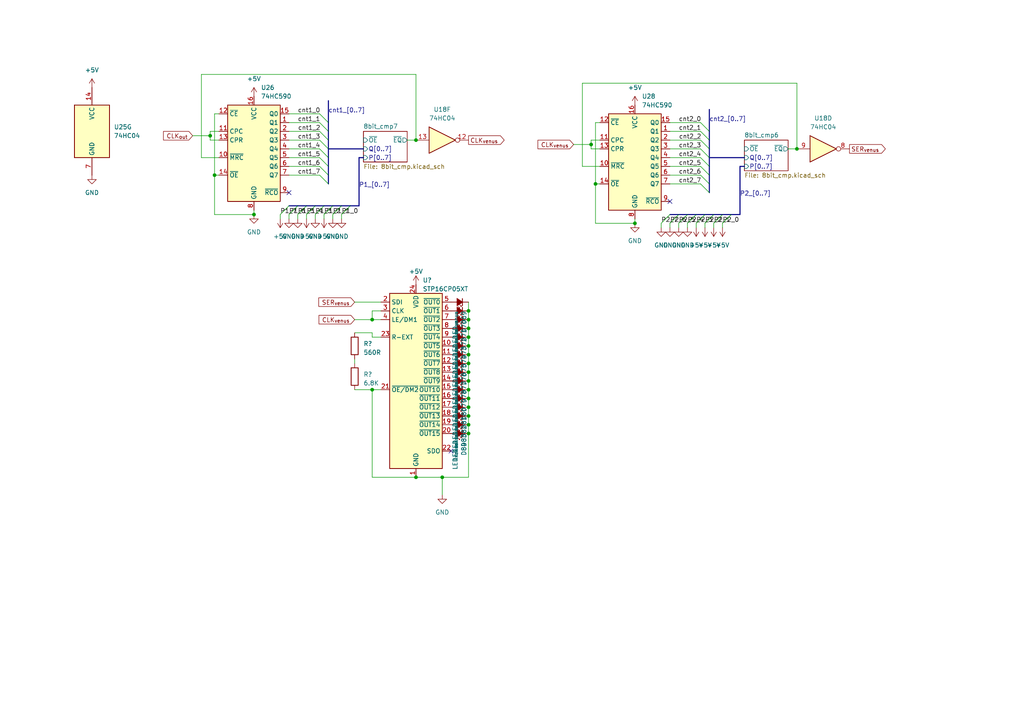
<source format=kicad_sch>
(kicad_sch (version 20230121) (generator eeschema)
  (paper "A4")
  (lib_symbols
    (symbol "74xx:74HC04"
      (property "Reference" "U" (at 0 1.27 0))
      (property "Value" "74HC04" (at 0 -1.27 0))
      (symbol "74HC04_1_0"
        (polyline (pts (xy -3.81 3.81) (xy -3.81 -3.81) (xy 3.81 0) (xy -3.81 3.81)) (stroke (width 0.254)) (fill (type background)))
        (pin input line (at -7.62 0 0) (length 3.81) (name "~") (number "1"))
        (pin output inverted (at 7.62 0 180) (length 3.81) (name "~") (number "2"))
      )
      (symbol "74HC04_2_0"
        (polyline (pts (xy -3.81 3.81) (xy -3.81 -3.81) (xy 3.81 0) (xy -3.81 3.81)) (stroke (width 0.254)) (fill (type background)))
        (pin input line (at -7.62 0 0) (length 3.81) (name "~") (number "3"))
        (pin output inverted (at 7.62 0 180) (length 3.81) (name "~") (number "4"))
      )
      (symbol "74HC04_3_0"
        (polyline (pts (xy -3.81 3.81) (xy -3.81 -3.81) (xy 3.81 0) (xy -3.81 3.81)) (stroke (width 0.254)) (fill (type background)))
        (pin input line (at -7.62 0 0) (length 3.81) (name "~") (number "5"))
        (pin output inverted (at 7.62 0 180) (length 3.81) (name "~") (number "6"))
      )
      (symbol "74HC04_4_0"
        (polyline (pts (xy -3.81 3.81) (xy -3.81 -3.81) (xy 3.81 0) (xy -3.81 3.81)) (stroke (width 0.254)) (fill (type background)))
        (pin output inverted (at 7.62 0 180) (length 3.81) (name "~") (number "8"))
        (pin input line (at -7.62 0 0) (length 3.81) (name "~") (number "9"))
      )
      (symbol "74HC04_5_0"
        (polyline (pts (xy -3.81 3.81) (xy -3.81 -3.81) (xy 3.81 0) (xy -3.81 3.81)) (stroke (width 0.254)) (fill (type background)))
        (pin output inverted (at 7.62 0 180) (length 3.81) (name "~") (number "10"))
        (pin input line (at -7.62 0 0) (length 3.81) (name "~") (number "11"))
      )
      (symbol "74HC04_6_0"
        (polyline (pts (xy -3.81 3.81) (xy -3.81 -3.81) (xy 3.81 0) (xy -3.81 3.81)) (stroke (width 0.254)) (fill (type background)))
        (pin output inverted (at 7.62 0 180) (length 3.81) (name "~") (number "12"))
        (pin input line (at -7.62 0 0) (length 3.81) (name "~") (number "13"))
      )
      (symbol "74HC04_7_0"
        (pin power_in line (at 0 12.7 270) (length 5.08) (name "VCC") (number "14"))
        (pin power_in line (at 0 -12.7 90) (length 5.08) (name "GND") (number "7"))
      )
      (symbol "74HC04_7_1"
        (rectangle (start -5.08 7.62) (end 5.08 -7.62) (stroke (width 0.254)) (fill (type background)))
      )
    )
    (symbol "74xx:74HC590"
      (property "Reference" "U" (at -7.62 16.51 0))
      (property "Value" "74HC590" (at -7.62 -13.97 0))
      (symbol "74HC590_1_0"
        (pin tri_state line (at 10.16 10.16 180) (length 2.54) (name "Q1") (number "1"))
        (pin input line (at -10.16 0 0) (length 2.54) (name "~{MRC}") (number "10"))
        (pin input line (at -10.16 7.62 0) (length 2.54) (name "CPC") (number "11"))
        (pin input line (at -10.16 12.7 0) (length 2.54) (name "~{CE}") (number "12"))
        (pin input line (at -10.16 5.08 0) (length 2.54) (name "CPR") (number "13"))
        (pin input line (at -10.16 -5.08 0) (length 2.54) (name "~{OE}") (number "14"))
        (pin tri_state line (at 10.16 12.7 180) (length 2.54) (name "Q0") (number "15"))
        (pin power_in line (at 0 17.78 270) (length 2.54) (name "VCC") (number "16"))
        (pin tri_state line (at 10.16 7.62 180) (length 2.54) (name "Q2") (number "2"))
        (pin tri_state line (at 10.16 5.08 180) (length 2.54) (name "Q3") (number "3"))
        (pin tri_state line (at 10.16 2.54 180) (length 2.54) (name "Q4") (number "4"))
        (pin tri_state line (at 10.16 0 180) (length 2.54) (name "Q5") (number "5"))
        (pin tri_state line (at 10.16 -2.54 180) (length 2.54) (name "Q6") (number "6"))
        (pin tri_state line (at 10.16 -5.08 180) (length 2.54) (name "Q7") (number "7"))
        (pin power_in line (at 0 -15.24 90) (length 2.54) (name "GND") (number "8"))
        (pin output line (at 10.16 -10.16 180) (length 2.54) (name "~{RCO}") (number "9"))
      )
      (symbol "74HC590_1_1"
        (rectangle (start -7.62 15.24) (end 7.62 -12.7) (stroke (width 0.254)) (fill (type background)))
      )
    )
    (symbol "Device:LED_Small_Filled" (pin_numbers hide) (pin_names (offset 0.254) hide)
      (property "Reference" "D" (at -1.27 3.175 0))
      (property "Value" "LED_Small_Filled" (at -4.445 -2.54 0))
      (symbol "LED_Small_Filled_0_1"
        (polyline (pts (xy -0.762 -1.016) (xy -0.762 1.016)) (stroke (width 0.254)))
        (polyline (pts (xy 1.016 0) (xy -0.762 0)))
        (polyline (pts (xy 0.762 -1.016) (xy -0.762 0) (xy 0.762 1.016) (xy 0.762 -1.016)) (stroke (width 0.254)) (fill (type outline)))
        (polyline (pts (xy 0 0.762) (xy -0.508 1.27) (xy -0.254 1.27) (xy -0.508 1.27) (xy -0.508 1.016)))
        (polyline (pts (xy 0.508 1.27) (xy 0 1.778) (xy 0.254 1.778) (xy 0 1.778) (xy 0 1.524)))
      )
      (symbol "LED_Small_Filled_1_1"
        (pin passive line (at -2.54 0 0) (length 1.778) (name "K") (number "1"))
        (pin passive line (at 2.54 0 180) (length 1.778) (name "A") (number "2"))
      )
    )
    (symbol "Device:R" (pin_numbers hide) (pin_names (offset 0))
      (property "Reference" "R" (at 2.032 0 90))
      (property "Value" "R" (at 0 0 90))
      (symbol "R_0_1"
        (rectangle (start -1.016 -2.54) (end 1.016 2.54) (stroke (width 0.254)))
      )
      (symbol "R_1_1"
        (pin passive line (at 0 3.81 270) (length 1.27) (name "~") (number "1"))
        (pin passive line (at 0 -3.81 90) (length 1.27) (name "~") (number "2"))
      )
    )
    (symbol "Driver_LED:STP16CP05XT"
      (property "Reference" "U" (at -7.62 26.67 0))
      (property "Value" "STP16CP05XT" (at 1.27 26.67 0))
      (symbol "STP16CP05XT_0_1"
        (rectangle (start -7.62 25.4) (end 7.62 -25.4) (stroke (width 0.254)) (fill (type background)))
      )
      (symbol "STP16CP05XT_1_1"
        (pin power_in line (at 0 -27.94 90) (length 2.54) (name "GND") (number "1"))
        (pin output line (at 10.16 10.16 180) (length 2.54) (name "~{OUT5}") (number "10"))
        (pin output line (at 10.16 7.62 180) (length 2.54) (name "~{OUT6}") (number "11"))
        (pin output line (at 10.16 5.08 180) (length 2.54) (name "~{OUT7}") (number "12"))
        (pin output line (at 10.16 2.54 180) (length 2.54) (name "~{OUT8}") (number "13"))
        (pin output line (at 10.16 0 180) (length 2.54) (name "~{OUT9}") (number "14"))
        (pin output line (at 10.16 -2.54 180) (length 2.54) (name "~{OUT10}") (number "15"))
        (pin output line (at 10.16 -5.08 180) (length 2.54) (name "~{OUT11}") (number "16"))
        (pin output line (at 10.16 -7.62 180) (length 2.54) (name "~{OUT12}") (number "17"))
        (pin output line (at 10.16 -10.16 180) (length 2.54) (name "~{OUT13}") (number "18"))
        (pin output line (at 10.16 -12.7 180) (length 2.54) (name "~{OUT14}") (number "19"))
        (pin input line (at -10.16 22.86 0) (length 2.54) (name "SDI") (number "2"))
        (pin output line (at 10.16 -15.24 180) (length 2.54) (name "~{OUT15}") (number "20"))
        (pin input line (at -10.16 -2.54 0) (length 2.54) (name "~{OE/DM2}") (number "21"))
        (pin output line (at 10.16 -20.32 180) (length 2.54) (name "SDO") (number "22"))
        (pin passive line (at -10.16 12.7 0) (length 2.54) (name "R-EXT") (number "23"))
        (pin power_in line (at 0 27.94 270) (length 2.54) (name "VDD") (number "24"))
        (pin passive line (at 0 -27.94 90) (length 2.54) hide (name "GND") (number "25"))
        (pin input line (at -10.16 20.32 0) (length 2.54) (name "CLK") (number "3"))
        (pin input line (at -10.16 17.78 0) (length 2.54) (name "LE/DM1") (number "4"))
        (pin output line (at 10.16 22.86 180) (length 2.54) (name "~{OUT0}") (number "5"))
        (pin output line (at 10.16 20.32 180) (length 2.54) (name "~{OUT1}") (number "6"))
        (pin output line (at 10.16 17.78 180) (length 2.54) (name "~{OUT2}") (number "7"))
        (pin output line (at 10.16 15.24 180) (length 2.54) (name "~{OUT3}") (number "8"))
        (pin output line (at 10.16 12.7 180) (length 2.54) (name "~{OUT4}") (number "9"))
      )
    )
    (symbol "power:+5V" (power) (pin_names (offset 0))
      (property "Value" "+5V" (at 0 3.556 0))
      (symbol "+5V_0_1"
        (polyline (pts (xy -0.762 1.27) (xy 0 2.54)))
        (polyline (pts (xy 0 0) (xy 0 2.54)))
        (polyline (pts (xy 0 2.54) (xy 0.762 1.27)))
      )
      (symbol "+5V_1_1"
        (pin power_in line (at 0 0 90) (length 0) hide (name "+5V") (number "1"))
      )
    )
    (symbol "power:GND" (power) (pin_names (offset 0))
      (property "Value" "GND" (at 0 -3.81 0))
      (symbol "GND_0_1"
        (polyline (pts (xy 0 0) (xy 0 -1.27) (xy 1.27 -1.27) (xy 0 -2.54) (xy -1.27 -1.27) (xy 0 -1.27)))
      )
      (symbol "GND_1_1"
        (pin power_in line (at 0 0 270) (length 0) hide (name "GND") (number "1"))
      )
    )
  )
  (junction (at 135.89 90.17))
  (junction (at 135.89 123.19))
  (junction (at 120.65 40.64))
  (junction (at 135.89 110.49))
  (junction (at 135.89 107.95))
  (junction (at 135.89 115.57))
  (junction (at 60.96 39.37))
  (junction (at 135.89 118.11))
  (junction (at 135.89 95.25))
  (junction (at 172.72 53.34))
  (junction (at 135.89 92.71))
  (junction (at 135.89 100.33))
  (junction (at 107.95 92.71))
  (junction (at 135.89 113.03))
  (junction (at 135.89 125.73))
  (junction (at 135.89 102.87))
  (junction (at 231.14 43.18))
  (junction (at 120.65 138.43))
  (junction (at 62.23 50.8))
  (junction (at 128.27 138.43))
  (junction (at 135.89 105.41))
  (junction (at 171.45 41.91))
  (junction (at 135.89 97.79))
  (junction (at 107.95 113.03))
  (junction (at 184.15 64.77))
  (junction (at 135.89 120.65))
  (junction (at 73.66 62.23))
  (no_connect (at 83.82 55.88))
  (no_connect (at 130.81 130.81))
  (no_connect (at 194.31 58.42))
  (bus_entry (at 199.39 62.23) (size -2.54 2.54))
  (bus_entry (at 204.47 62.23) (size -2.54 2.54))
  (bus_entry (at 203.2 45.72) (size 2.54 2.54))
  (bus_entry (at 96.52 59.69) (size -2.54 2.54))
  (bus_entry (at 201.93 62.23) (size -2.54 2.54))
  (bus_entry (at 92.71 35.56) (size 2.54 2.54))
  (bus_entry (at 93.98 59.69) (size -2.54 2.54))
  (bus_entry (at 209.55 62.23) (size -2.54 2.54))
  (bus_entry (at 203.2 35.56) (size 2.54 2.54))
  (bus_entry (at 91.44 59.69) (size -2.54 2.54))
  (bus_entry (at 92.71 40.64) (size 2.54 2.54))
  (bus_entry (at 92.71 43.18) (size 2.54 2.54))
  (bus_entry (at 99.06 59.69) (size -2.54 2.54))
  (bus_entry (at 101.6 59.69) (size -2.54 2.54))
  (bus_entry (at 194.31 62.23) (size -2.54 2.54))
  (bus_entry (at 86.36 59.69) (size -2.54 2.54))
  (bus_entry (at 203.2 53.34) (size 2.54 2.54))
  (bus_entry (at 207.01 62.23) (size -2.54 2.54))
  (bus_entry (at 92.71 50.8) (size 2.54 2.54))
  (bus_entry (at 88.9 59.69) (size -2.54 2.54))
  (bus_entry (at 92.71 33.02) (size 2.54 2.54))
  (bus_entry (at 196.85 62.23) (size -2.54 2.54))
  (bus_entry (at 83.82 59.69) (size -2.54 2.54))
  (bus_entry (at 203.2 40.64) (size 2.54 2.54))
  (bus_entry (at 92.71 38.1) (size 2.54 2.54))
  (bus_entry (at 92.71 48.26) (size 2.54 2.54))
  (bus_entry (at 203.2 48.26) (size 2.54 2.54))
  (bus_entry (at 212.09 62.23) (size -2.54 2.54))
  (bus_entry (at 203.2 43.18) (size 2.54 2.54))
  (bus_entry (at 203.2 38.1) (size 2.54 2.54))
  (bus_entry (at 92.71 45.72) (size 2.54 2.54))
  (bus_entry (at 203.2 50.8) (size 2.54 2.54))
  (wire (pts (xy 135.89 107.95) (xy 135.89 110.49)))
  (wire (pts (xy 102.87 87.63) (xy 110.49 87.63)))
  (wire (pts (xy 83.82 40.64) (xy 92.71 40.64)))
  (wire (pts (xy 135.89 90.17) (xy 135.89 92.71)))
  (wire (pts (xy 83.82 35.56) (xy 92.71 35.56)))
  (wire (pts (xy 83.82 62.23) (xy 83.82 63.5)))
  (wire (pts (xy 231.14 24.13) (xy 168.91 24.13)))
  (wire (pts (xy 128.27 143.51) (xy 128.27 138.43)))
  (wire (pts (xy 60.96 39.37) (xy 60.96 38.1)))
  (wire (pts (xy 135.89 92.71) (xy 135.89 95.25)))
  (wire (pts (xy 171.45 43.18) (xy 171.45 41.91)))
  (wire (pts (xy 194.31 35.56) (xy 203.2 35.56)))
  (wire (pts (xy 62.23 62.23) (xy 62.23 50.8)))
  (wire (pts (xy 166.37 41.91) (xy 171.45 41.91)))
  (wire (pts (xy 99.06 62.23) (xy 99.06 63.5)))
  (wire (pts (xy 128.27 138.43) (xy 120.65 138.43)))
  (wire (pts (xy 81.28 62.23) (xy 81.28 63.5)))
  (wire (pts (xy 135.89 105.41) (xy 135.89 107.95)))
  (wire (pts (xy 120.65 138.43) (xy 107.95 138.43)))
  (wire (pts (xy 171.45 41.91) (xy 171.45 40.64)))
  (wire (pts (xy 184.15 63.5) (xy 184.15 64.77)))
  (wire (pts (xy 168.91 48.26) (xy 173.99 48.26)))
  (wire (pts (xy 207.01 64.77) (xy 207.01 66.04)))
  (bus (pts (xy 205.74 43.18) (xy 205.74 45.72)))
  (wire (pts (xy 194.31 38.1) (xy 203.2 38.1)))
  (wire (pts (xy 62.23 33.02) (xy 63.5 33.02)))
  (bus (pts (xy 194.31 62.23) (xy 196.85 62.23)))
  (wire (pts (xy 107.95 90.17) (xy 110.49 90.17)))
  (bus (pts (xy 214.63 62.23) (xy 214.63 48.26)))
  (bus (pts (xy 209.55 62.23) (xy 212.09 62.23)))
  (bus (pts (xy 83.82 59.69) (xy 86.36 59.69)))
  (wire (pts (xy 62.23 50.8) (xy 62.23 33.02)))
  (wire (pts (xy 194.31 48.26) (xy 203.2 48.26)))
  (wire (pts (xy 194.31 53.34) (xy 203.2 53.34)))
  (bus (pts (xy 93.98 59.69) (xy 96.52 59.69)))
  (wire (pts (xy 201.93 64.77) (xy 201.93 66.04)))
  (bus (pts (xy 205.74 40.64) (xy 205.74 43.18)))
  (bus (pts (xy 95.25 45.72) (xy 95.25 48.26)))
  (bus (pts (xy 95.25 40.64) (xy 95.25 43.18)))
  (wire (pts (xy 62.23 50.8) (xy 63.5 50.8)))
  (wire (pts (xy 73.66 62.23) (xy 62.23 62.23)))
  (wire (pts (xy 196.85 64.77) (xy 196.85 66.04)))
  (bus (pts (xy 196.85 62.23) (xy 199.39 62.23)))
  (bus (pts (xy 201.93 62.23) (xy 204.47 62.23)))
  (wire (pts (xy 172.72 53.34) (xy 172.72 35.56)))
  (wire (pts (xy 231.14 43.18) (xy 231.14 24.13)))
  (bus (pts (xy 95.25 35.56) (xy 95.25 38.1)))
  (bus (pts (xy 205.74 45.72) (xy 215.9 45.72)))
  (wire (pts (xy 172.72 53.34) (xy 173.99 53.34)))
  (wire (pts (xy 58.42 21.59) (xy 58.42 45.72)))
  (wire (pts (xy 83.82 43.18) (xy 92.71 43.18)))
  (wire (pts (xy 107.95 97.79) (xy 110.49 97.79)))
  (bus (pts (xy 205.74 45.72) (xy 205.74 48.26)))
  (wire (pts (xy 118.11 40.64) (xy 120.65 40.64)))
  (wire (pts (xy 120.65 40.64) (xy 120.65 21.59)))
  (bus (pts (xy 212.09 62.23) (xy 214.63 62.23)))
  (wire (pts (xy 93.98 62.23) (xy 93.98 63.5)))
  (wire (pts (xy 107.95 92.71) (xy 110.49 92.71)))
  (wire (pts (xy 168.91 24.13) (xy 168.91 48.26)))
  (wire (pts (xy 102.87 113.03) (xy 107.95 113.03)))
  (bus (pts (xy 205.74 31.75) (xy 205.74 38.1)))
  (wire (pts (xy 135.89 110.49) (xy 135.89 113.03)))
  (bus (pts (xy 205.74 48.26) (xy 205.74 50.8)))
  (bus (pts (xy 104.14 59.69) (xy 104.14 45.72)))
  (bus (pts (xy 207.01 62.23) (xy 209.55 62.23)))
  (wire (pts (xy 194.31 43.18) (xy 203.2 43.18)))
  (wire (pts (xy 135.89 118.11) (xy 135.89 120.65)))
  (bus (pts (xy 204.47 62.23) (xy 207.01 62.23)))
  (wire (pts (xy 135.89 100.33) (xy 135.89 102.87)))
  (wire (pts (xy 209.55 64.77) (xy 209.55 66.04)))
  (wire (pts (xy 184.15 64.77) (xy 172.72 64.77)))
  (bus (pts (xy 205.74 50.8) (xy 205.74 53.34)))
  (bus (pts (xy 95.25 38.1) (xy 95.25 40.64)))
  (wire (pts (xy 91.44 62.23) (xy 91.44 63.5)))
  (wire (pts (xy 96.52 62.23) (xy 96.52 63.5)))
  (wire (pts (xy 60.96 38.1) (xy 63.5 38.1)))
  (wire (pts (xy 171.45 40.64) (xy 173.99 40.64)))
  (wire (pts (xy 173.99 43.18) (xy 171.45 43.18)))
  (wire (pts (xy 172.72 64.77) (xy 172.72 53.34)))
  (wire (pts (xy 83.82 48.26) (xy 92.71 48.26)))
  (wire (pts (xy 58.42 45.72) (xy 63.5 45.72)))
  (wire (pts (xy 102.87 96.52) (xy 107.95 96.52)))
  (wire (pts (xy 135.89 115.57) (xy 135.89 118.11)))
  (wire (pts (xy 102.87 92.71) (xy 107.95 92.71)))
  (wire (pts (xy 83.82 45.72) (xy 92.71 45.72)))
  (wire (pts (xy 228.6 43.18) (xy 231.14 43.18)))
  (wire (pts (xy 128.27 138.43) (xy 135.89 138.43)))
  (bus (pts (xy 205.74 53.34) (xy 205.74 55.88)))
  (wire (pts (xy 83.82 38.1) (xy 92.71 38.1)))
  (wire (pts (xy 135.89 125.73) (xy 135.89 138.43)))
  (bus (pts (xy 91.44 59.69) (xy 93.98 59.69)))
  (bus (pts (xy 214.63 48.26) (xy 215.9 48.26)))
  (bus (pts (xy 101.6 59.69) (xy 104.14 59.69)))
  (wire (pts (xy 63.5 40.64) (xy 60.96 40.64)))
  (wire (pts (xy 107.95 96.52) (xy 107.95 97.79)))
  (wire (pts (xy 194.31 64.77) (xy 194.31 66.04)))
  (bus (pts (xy 88.9 59.69) (xy 91.44 59.69)))
  (bus (pts (xy 95.25 29.21) (xy 95.25 35.56)))
  (bus (pts (xy 86.36 59.69) (xy 88.9 59.69)))
  (bus (pts (xy 95.25 43.18) (xy 105.41 43.18)))
  (wire (pts (xy 83.82 50.8) (xy 92.71 50.8)))
  (wire (pts (xy 194.31 50.8) (xy 203.2 50.8)))
  (wire (pts (xy 107.95 113.03) (xy 110.49 113.03)))
  (wire (pts (xy 135.89 113.03) (xy 135.89 115.57)))
  (bus (pts (xy 95.25 50.8) (xy 95.25 53.34)))
  (wire (pts (xy 60.96 40.64) (xy 60.96 39.37)))
  (wire (pts (xy 107.95 138.43) (xy 107.95 113.03)))
  (wire (pts (xy 135.89 120.65) (xy 135.89 123.19)))
  (wire (pts (xy 194.31 45.72) (xy 203.2 45.72)))
  (wire (pts (xy 191.77 64.77) (xy 191.77 66.04)))
  (bus (pts (xy 95.25 48.26) (xy 95.25 50.8)))
  (bus (pts (xy 199.39 62.23) (xy 201.93 62.23)))
  (bus (pts (xy 104.14 45.72) (xy 105.41 45.72)))
  (bus (pts (xy 99.06 59.69) (xy 101.6 59.69)))
  (bus (pts (xy 96.52 59.69) (xy 99.06 59.69)))
  (wire (pts (xy 204.47 64.77) (xy 204.47 66.04)))
  (bus (pts (xy 95.25 43.18) (xy 95.25 45.72)))
  (bus (pts (xy 205.74 38.1) (xy 205.74 40.64)))
  (wire (pts (xy 172.72 35.56) (xy 173.99 35.56)))
  (wire (pts (xy 194.31 40.64) (xy 203.2 40.64)))
  (wire (pts (xy 102.87 104.14) (xy 102.87 105.41)))
  (wire (pts (xy 83.82 33.02) (xy 92.71 33.02)))
  (wire (pts (xy 120.65 21.59) (xy 58.42 21.59)))
  (wire (pts (xy 199.39 64.77) (xy 199.39 66.04)))
  (wire (pts (xy 135.89 123.19) (xy 135.89 125.73)))
  (wire (pts (xy 73.66 60.96) (xy 73.66 62.23)))
  (wire (pts (xy 55.88 39.37) (xy 60.96 39.37)))
  (wire (pts (xy 135.89 95.25) (xy 135.89 97.79)))
  (wire (pts (xy 88.9 62.23) (xy 88.9 63.5)))
  (wire (pts (xy 135.89 87.63) (xy 135.89 90.17)))
  (wire (pts (xy 107.95 92.71) (xy 107.95 90.17)))
  (wire (pts (xy 86.36 62.23) (xy 86.36 63.5)))
  (wire (pts (xy 135.89 97.79) (xy 135.89 100.33)))
  (wire (pts (xy 135.89 102.87) (xy 135.89 105.41)))
  (label "cnt1_6" (at 86.36 48.26 0))
  (label "P1_0" (at 99.06 62.23 0))
  (label "cnt2_2" (at 196.9014 40.64 0))
  (label "cnt2_4" (at 196.85 45.72 0))
  (label "P1_2" (at 93.98 62.23 0))
  (label "cnt2_7" (at 196.85 53.34 0))
  (label "P2_0" (at 209.55 64.77 0))
  (label "cnt2_0" (at 196.85 35.56 0))
  (label "P2_7" (at 191.77 64.77 0))
  (label "cnt1_2" (at 86.4114 38.1 0))
  (label "P1_1" (at 96.52 62.23 0))
  (label "cnt1_[0..7]" (at 95.25 33.02 0))
  (label "cnt2_3" (at 196.85 43.18 0))
  (label "P1_4" (at 88.9 62.23 0))
  (label "cnt2_6" (at 196.85 50.8 0))
  (label "P1_7" (at 81.28 62.23 0))
  (label "P2_4" (at 199.39 64.77 0))
  (label "P1_[0..7]" (at 104.14 54.61 0))
  (label "P2_[0..7]" (at 214.63 57.15 0))
  (label "P1_3" (at 91.44 62.23 0))
  (label "P1_5" (at 86.36 62.23 0))
  (label "cnt1_5" (at 86.36 45.72 0))
  (label "cnt1_3" (at 86.36 40.64 0))
  (label "P2_6" (at 194.31 64.77 0))
  (label "cnt1_7" (at 86.36 50.8 0))
  (label "P2_5" (at 196.85 64.77 0))
  (label "cnt1_4" (at 86.36 43.18 0))
  (label "cnt1_0" (at 86.36 33.02 0))
  (label "P1_6" (at 83.82 62.23 0))
  (label "cnt2_1" (at 196.85 38.1 0))
  (label "cnt2_[0..7]" (at 205.74 35.56 0))
  (label "cnt2_5" (at 196.85 48.26 0))
  (label "P2_2" (at 204.47 64.77 0))
  (label "P2_3" (at 201.93 64.77 0))
  (label "P2_1" (at 207.01 64.77 0))
  (label "cnt1_1" (at 86.36 35.56 0))
  (global_label "CLK_{venus}" (shape input) (at 166.37 41.91 180) (property "Intersheetrefs" "${INTERSHEET_REFS}" (effects hide)))
  (global_label "CLK_{venus}" (shape input) (at 102.87 92.71 180) (property "Intersheetrefs" "${INTERSHEET_REFS}" (effects hide)))
  (global_label "CLK_{out}" (shape input) (at 55.88 39.37 180) (property "Intersheetrefs" "${INTERSHEET_REFS}" (effects hide)))
  (global_label "CLK_{venus}" (shape output) (at 135.89 40.64 0) (property "Intersheetrefs" "${INTERSHEET_REFS}" (effects hide)))
  (global_label "SER_{venus}" (shape input) (at 102.87 87.63 180) (property "Intersheetrefs" "${INTERSHEET_REFS}" (effects hide)))
  (global_label "SER_{venus}" (shape output) (at 246.38 43.18 0) (property "Intersheetrefs" "${INTERSHEET_REFS}" (effects hide)))
  (symbol (lib_id "74xx:74HC04") (at 238.76 43.18 0) (unit 4)
    (property "Reference" "U18" (at 238.76 34.29 0))
    (property "Value" "74HC04" (at 238.76 36.83 0))
    (property "Footprint" "Package_SO:SO-14_5.3x10.2mm_P1.27mm" (effects hide))
    (property "Datasheet" "https://assets.nexperia.com/documents/data-sheet/74HC_HCT04.pdf" (effects hide))
  )
  (symbol (lib_id "power:GND") (at 91.44 63.5 0) (unit 1)
    (property "Reference" "#PWR0100" (effects hide))
    (property "Value" "GND" (at 91.44 68.58 0))
  )
  (symbol (lib_id "Device:LED_Small_Filled") (at 133.35 92.71 180) (unit 1)
    (property "Reference" "D71" (at 134.5566 95.25 90) (effects (justify left)))
    (property "Value" "LED_{venus}" (at 132.0166 95.25 90) (effects (justify left)))
    (property "Footprint" "LED_SMD:LED_0402_1005Metric_Pad0.77x0.64mm_HandSolder" (effects hide))
  )
  (symbol (lib_id "power:+5V") (at 184.15 30.48 0) (unit 1)
    (property "Reference" "#PWR0106" (effects hide))
    (property "Value" "+5V" (at 184.15 25.4 0))
  )
  (symbol (lib_id "Device:LED_Small_Filled") (at 133.35 115.57 180) (unit 1)
    (property "Reference" "D80" (at 134.5566 118.11 90) (effects (justify left)))
    (property "Value" "LED_{venus}" (at 132.0166 118.11 90) (effects (justify left)))
    (property "Footprint" "LED_SMD:LED_0402_1005Metric_Pad0.77x0.64mm_HandSolder" (effects hide))
  )
  (symbol (lib_id "Device:LED_Small_Filled") (at 133.35 95.25 180) (unit 1)
    (property "Reference" "D72" (at 134.5566 97.79 90) (effects (justify left)))
    (property "Value" "LED_{venus}" (at 132.0166 97.79 90) (effects (justify left)))
    (property "Footprint" "LED_SMD:LED_0402_1005Metric_Pad0.77x0.64mm_HandSolder" (effects hide))
  )
  (symbol (lib_id "Device:LED_Small_Filled") (at 133.35 107.95 180) (unit 1)
    (property "Reference" "D77" (at 134.5566 110.49 90) (effects (justify left)))
    (property "Value" "LED_{venus}" (at 132.0166 110.49 90) (effects (justify left)))
    (property "Footprint" "LED_SMD:LED_0402_1005Metric_Pad0.77x0.64mm_HandSolder" (effects hide))
  )
  (symbol (lib_id "power:GND") (at 199.39 66.04 0) (unit 1)
    (property "Reference" "#PWR0111" (effects hide))
    (property "Value" "GND" (at 199.39 71.12 0))
  )
  (symbol (lib_id "74xx:74HC04") (at 128.27 40.64 0) (unit 6)
    (property "Reference" "U18" (at 128.27 31.75 0))
    (property "Value" "74HC04" (at 128.27 34.29 0))
    (property "Footprint" "Package_SO:SO-14_5.3x10.2mm_P1.27mm" (effects hide))
    (property "Datasheet" "https://assets.nexperia.com/documents/data-sheet/74HC_HCT04.pdf" (effects hide))
  )
  (symbol (lib_id "Device:LED_Small_Filled") (at 133.35 97.79 180) (unit 1)
    (property "Reference" "D73" (at 134.5566 100.33 90) (effects (justify left)))
    (property "Value" "LED_{venus}" (at 132.0166 100.33 90) (effects (justify left)))
    (property "Footprint" "LED_SMD:LED_0402_1005Metric_Pad0.77x0.64mm_HandSolder" (effects hide))
  )
  (symbol (lib_id "Device:LED_Small_Filled") (at 133.35 102.87 180) (unit 1)
    (property "Reference" "D75" (at 134.5566 105.41 90) (effects (justify left)))
    (property "Value" "LED_{venus}" (at 132.0166 105.41 90) (effects (justify left)))
    (property "Footprint" "LED_SMD:LED_0402_1005Metric_Pad0.77x0.64mm_HandSolder" (effects hide))
  )
  (symbol (lib_id "power:+5V") (at 73.66 27.94 0) (unit 1)
    (property "Reference" "#PWR094" (effects hide))
    (property "Value" "+5V" (at 73.66 22.86 0))
  )
  (symbol (lib_id "Device:R") (at 102.87 100.33 0) (unit 1)
    (property "Reference" "R?" (at 105.41 99.695 0) (effects (justify left)))
    (property "Value" "560R" (at 105.41 102.235 0) (effects (justify left)))
    (property "Footprint" "Resistor_SMD:R_0603_1608Metric_Pad0.98x0.95mm_HandSolder" (effects hide))
    (instances (project "orrery_circuit" (path "" (reference "R?") (unit 1)) (path "" (reference "R?") (unit 1)) (path "" (reference "R15") (unit 1))))
  )
  (symbol (lib_id "Device:LED_Small_Filled") (at 133.35 118.11 180) (unit 1)
    (property "Reference" "D81" (at 134.5566 120.65 90) (effects (justify left)))
    (property "Value" "LED_{venus}" (at 132.0166 120.65 90) (effects (justify left)))
    (property "Footprint" "LED_SMD:LED_0402_1005Metric_Pad0.77x0.64mm_HandSolder" (effects hide))
  )
  (symbol (lib_id "Driver_LED:STP16CP05XT") (at 120.65 110.49 0) (unit 1)
    (property "Reference" "U?" (at 122.6059 81.28 0) (effects (justify left)))
    (property "Value" "STP16CP05XT" (at 122.6059 83.82 0) (effects (justify left)))
    (property "Footprint" "Package_SO:HTSSOP-24-1EP_4.4x7.8mm_P0.65mm_EP3.2x5mm" (effects hide))
    (property "Datasheet" "https://www.st.com/resource/en/datasheet/stp16cp05.pdf" (effects hide))
    (instances (project "orrery_circuit" (path "" (reference "U?") (unit 1)) (path "" (reference "U?") (unit 1)) (path "" (reference "U27") (unit 1))))
  )
  (symbol (lib_id "power:+5V") (at 88.9 63.5 180) (unit 1)
    (property "Reference" "#PWR099" (effects hide))
    (property "Value" "+5V" (at 88.9 68.58 0))
  )
  (symbol (lib_id "power:GND") (at 99.06 63.5 0) (unit 1)
    (property "Reference" "#PWR0103" (effects hide))
    (property "Value" "GND" (at 99.06 68.58 0))
  )
  (symbol (lib_id "power:GND") (at 184.15 64.77 0) (unit 1)
    (property "Reference" "#PWR0107" (effects hide))
    (property "Value" "GND" (at 184.15 69.85 0))
  )
  (symbol (lib_id "power:+5V") (at 81.28 63.5 180) (unit 1)
    (property "Reference" "#PWR096" (effects hide))
    (property "Value" "+5V" (at 81.28 68.58 0))
  )
  (symbol (lib_id "power:GND") (at 191.77 66.04 0) (unit 1)
    (property "Reference" "#PWR0108" (effects hide))
    (property "Value" "GND" (at 191.77 71.12 0))
  )
  (symbol (lib_id "power:GND") (at 128.27 143.51 0) (unit 1)
    (property "Reference" "#PWR?" (effects hide))
    (property "Value" "GND" (at 128.27 148.59 0))
    (instances (project "orrery_circuit" (path "" (reference "#PWR?") (unit 1)) (path "" (reference "#PWR?") (unit 1)) (path "" (reference "#PWR0105") (unit 1))))
  )
  (symbol (lib_id "power:GND") (at 73.66 62.23 0) (unit 1)
    (property "Reference" "#PWR095" (effects hide))
    (property "Value" "GND" (at 73.66 67.31 0))
  )
  (symbol (lib_id "power:+5V") (at 209.55 66.04 180) (unit 1)
    (property "Reference" "#PWR0115" (effects hide))
    (property "Value" "+5V" (at 209.55 71.12 0))
  )
  (symbol (lib_id "Device:LED_Small_Filled") (at 133.35 113.03 180) (unit 1)
    (property "Reference" "D79" (at 134.5566 115.57 90) (effects (justify left)))
    (property "Value" "LED_{venus}" (at 132.0166 115.57 90) (effects (justify left)))
    (property "Footprint" "LED_SMD:LED_0402_1005Metric_Pad0.77x0.64mm_HandSolder" (effects hide))
  )
  (symbol (lib_id "Device:R") (at 102.87 109.22 0) (unit 1)
    (property "Reference" "R?" (at 105.41 108.585 0) (effects (justify left)))
    (property "Value" "6.8K" (at 105.41 111.125 0) (effects (justify left)))
    (property "Footprint" "Resistor_SMD:R_0603_1608Metric_Pad0.98x0.95mm_HandSolder" (effects hide))
    (instances (project "orrery_circuit" (path "" (reference "R?") (unit 1)) (path "" (reference "R?") (unit 1)) (path "" (reference "R16") (unit 1))))
  )
  (symbol (lib_id "Device:LED_Small_Filled") (at 133.35 110.49 180) (unit 1)
    (property "Reference" "D78" (at 134.5566 113.03 90) (effects (justify left)))
    (property "Value" "LED_{venus}" (at 132.0166 113.03 90) (effects (justify left)))
    (property "Footprint" "LED_SMD:LED_0402_1005Metric_Pad0.77x0.64mm_HandSolder" (effects hide))
  )
  (symbol (lib_id "power:+5V") (at 201.93 66.04 180) (unit 1)
    (property "Reference" "#PWR0112" (effects hide))
    (property "Value" "+5V" (at 201.93 71.12 0))
  )
  (symbol (lib_id "74xx:74HC590") (at 184.15 48.26 0) (unit 1)
    (property "Reference" "U28" (at 186.1694 27.94 0) (effects (justify left)))
    (property "Value" "74HC590" (at 186.1694 30.48 0) (effects (justify left)))
    (property "Footprint" "Package_SO:TSSOP-16-1EP_4.4x5mm_P0.65mm" (effects hide))
    (property "Datasheet" "https://assets.nexperia.com/documents/data-sheet/74HC590.pdf" (effects hide))
  )
  (symbol (lib_id "Device:LED_Small_Filled") (at 133.35 125.73 180) (unit 1)
    (property "Reference" "D84" (at 134.5566 128.27 90) (effects (justify left)))
    (property "Value" "LED_{venus}" (at 132.0166 128.27 90) (effects (justify left)))
    (property "Footprint" "LED_SMD:LED_0402_1005Metric_Pad0.77x0.64mm_HandSolder" (effects hide))
  )
  (symbol (lib_id "74xx:74HC590") (at 73.66 45.72 0) (unit 1)
    (property "Reference" "U26" (at 75.6794 25.4 0) (effects (justify left)))
    (property "Value" "74HC590" (at 75.6794 27.94 0) (effects (justify left)))
    (property "Footprint" "Package_SO:TSSOP-16-1EP_4.4x5mm_P0.65mm" (effects hide))
    (property "Datasheet" "https://assets.nexperia.com/documents/data-sheet/74HC590.pdf" (effects hide))
  )
  (symbol (lib_id "power:GND") (at 196.85 66.04 0) (unit 1)
    (property "Reference" "#PWR0110" (effects hide))
    (property "Value" "GND" (at 196.85 71.12 0))
  )
  (symbol (lib_id "74xx:74HC04") (at 26.67 38.1 0) (unit 7)
    (property "Reference" "U25" (at 33.02 36.8299 0) (effects (justify left)))
    (property "Value" "74HC04" (at 33.02 39.3699 0) (effects (justify left)))
    (property "Footprint" "Package_SO:SO-14_5.3x10.2mm_P1.27mm" (effects hide))
    (property "Datasheet" "https://assets.nexperia.com/documents/data-sheet/74HC_HCT04.pdf" (effects hide))
  )
  (symbol (lib_id "Device:LED_Small_Filled") (at 133.35 105.41 180) (unit 1)
    (property "Reference" "D76" (at 134.5566 107.95 90) (effects (justify left)))
    (property "Value" "LED_{venus}" (at 132.0166 107.95 90) (effects (justify left)))
    (property "Footprint" "LED_SMD:LED_0402_1005Metric_Pad0.77x0.64mm_HandSolder" (effects hide))
  )
  (symbol (lib_id "Device:LED_Small_Filled") (at 133.35 100.33 180) (unit 1)
    (property "Reference" "D74" (at 134.5566 102.87 90) (effects (justify left)))
    (property "Value" "LED_{venus}" (at 132.0166 102.87 90) (effects (justify left)))
    (property "Footprint" "LED_SMD:LED_0402_1005Metric_Pad0.77x0.64mm_HandSolder" (effects hide))
  )
  (symbol (lib_id "Device:LED_Small_Filled") (at 133.35 87.63 180) (unit 1)
    (property "Reference" "D69" (at 134.5566 90.17 90) (effects (justify left)))
    (property "Value" "LED_{venus}" (at 132.0166 90.17 90) (effects (justify left)))
    (property "Footprint" "LED_SMD:LED_0402_1005Metric_Pad0.77x0.64mm_HandSolder" (effects hide))
  )
  (symbol (lib_id "power:GND") (at 86.36 63.5 0) (unit 1)
    (property "Reference" "#PWR098" (effects hide))
    (property "Value" "GND" (at 86.36 68.58 0))
  )
  (symbol (lib_id "Device:LED_Small_Filled") (at 133.35 120.65 180) (unit 1)
    (property "Reference" "D82" (at 134.5566 123.19 90) (effects (justify left)))
    (property "Value" "LED_{venus}" (at 132.0166 123.19 90) (effects (justify left)))
    (property "Footprint" "LED_SMD:LED_0402_1005Metric_Pad0.77x0.64mm_HandSolder" (effects hide))
  )
  (symbol (lib_id "power:GND") (at 83.82 63.5 0) (unit 1)
    (property "Reference" "#PWR097" (effects hide))
    (property "Value" "GND" (at 83.82 68.58 0))
  )
  (symbol (lib_id "power:GND") (at 26.67 50.8 0) (unit 1)
    (property "Reference" "#PWR093" (effects hide))
    (property "Value" "GND" (at 26.67 55.88 0))
  )
  (symbol (lib_id "Device:LED_Small_Filled") (at 133.35 123.19 180) (unit 1)
    (property "Reference" "D83" (at 134.5566 125.73 90) (effects (justify left)))
    (property "Value" "LED_{venus}" (at 132.0166 125.73 90) (effects (justify left)))
    (property "Footprint" "LED_SMD:LED_0402_1005Metric_Pad0.77x0.64mm_HandSolder" (effects hide))
  )
  (symbol (lib_id "power:+5V") (at 204.47 66.04 180) (unit 1)
    (property "Reference" "#PWR0113" (effects hide))
    (property "Value" "+5V" (at 204.47 71.12 0))
  )
  (symbol (lib_id "power:+5V") (at 207.01 66.04 180) (unit 1)
    (property "Reference" "#PWR0114" (effects hide))
    (property "Value" "+5V" (at 207.01 71.12 0))
  )
  (symbol (lib_id "power:GND") (at 194.31 66.04 0) (unit 1)
    (property "Reference" "#PWR0109" (effects hide))
    (property "Value" "GND" (at 194.31 71.12 0))
  )
  (symbol (lib_id "Device:LED_Small_Filled") (at 133.35 90.17 180) (unit 1)
    (property "Reference" "D70" (at 134.5566 92.71 90) (effects (justify left)))
    (property "Value" "LED_{venus}" (at 132.0166 92.71 90) (effects (justify left)))
    (property "Footprint" "LED_SMD:LED_0402_1005Metric_Pad0.77x0.64mm_HandSolder" (effects hide))
  )
  (symbol (lib_id "power:+5V") (at 26.67 25.4 0) (unit 1)
    (property "Reference" "#PWR092" (effects hide))
    (property "Value" "+5V" (at 26.67 20.32 0))
  )
  (symbol (lib_id "power:+5V") (at 120.65 82.55 0) (unit 1)
    (property "Reference" "#PWR?" (effects hide))
    (property "Value" "+5V" (at 120.65 78.74 0))
    (instances (project "orrery_circuit" (path "" (reference "#PWR?") (unit 1)) (path "" (reference "#PWR?") (unit 1)) (path "" (reference "#PWR0104") (unit 1))))
  )
  (symbol (lib_id "power:+5V") (at 93.98 63.5 180) (unit 1)
    (property "Reference" "#PWR0101" (effects hide))
    (property "Value" "+5V" (at 93.98 68.58 0))
  )
  (symbol (lib_id "power:GND") (at 96.52 63.5 0) (unit 1)
    (property "Reference" "#PWR0102" (effects hide))
    (property "Value" "GND" (at 96.52 68.58 0))
  )
  (sheet (at 105.41 38.1) (size 12.7 8.89) (stroke (width 0.1524))
    (property "Sheetname" "8bit_cmp7" (at 105.41 37.3884 0) (effects (justify left bottom)))
    (property "Sheetfile" "8bit_cmp.kicad_sch" (at 105.41 47.5746 0) (effects (justify left top)))
    (pin "~{OE}" input (at 105.41 40.64 180))
    (pin "Q[0..7]" input (at 105.41 43.18 180))
    (pin "P[0..7]" input (at 105.41 45.72 180))
    (pin "~{EQ}" output (at 118.11 40.64 0))
  )
  (sheet (at 215.9 40.64) (size 12.7 8.89) (stroke (width 0.1524))
    (property "Sheetname" "8bit_cmp6" (at 215.9 39.9284 0) (effects (justify left bottom)))
    (property "Sheetfile" "8bit_cmp.kicad_sch" (at 215.9 50.1146 0) (effects (justify left top)))
    (pin "~{OE}" input (at 215.9 43.18 180))
    (pin "Q[0..7]" input (at 215.9 45.72 180))
    (pin "P[0..7]" input (at 215.9 48.26 180))
    (pin "~{EQ}" output (at 228.6 43.18 0))
  )
)
</source>
